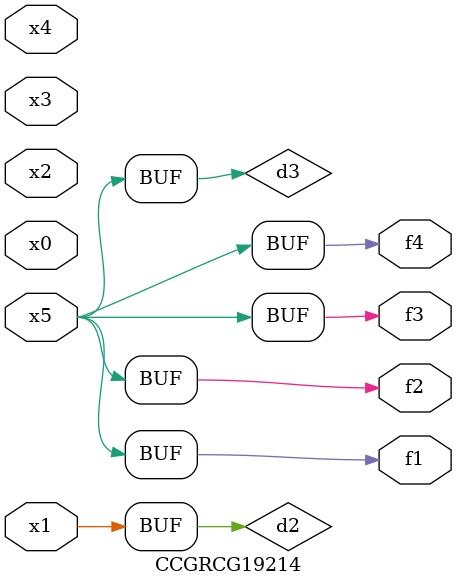
<source format=v>
module CCGRCG19214(
	input x0, x1, x2, x3, x4, x5,
	output f1, f2, f3, f4
);

	wire d1, d2, d3;

	not (d1, x5);
	or (d2, x1);
	xnor (d3, d1);
	assign f1 = d3;
	assign f2 = d3;
	assign f3 = d3;
	assign f4 = d3;
endmodule

</source>
